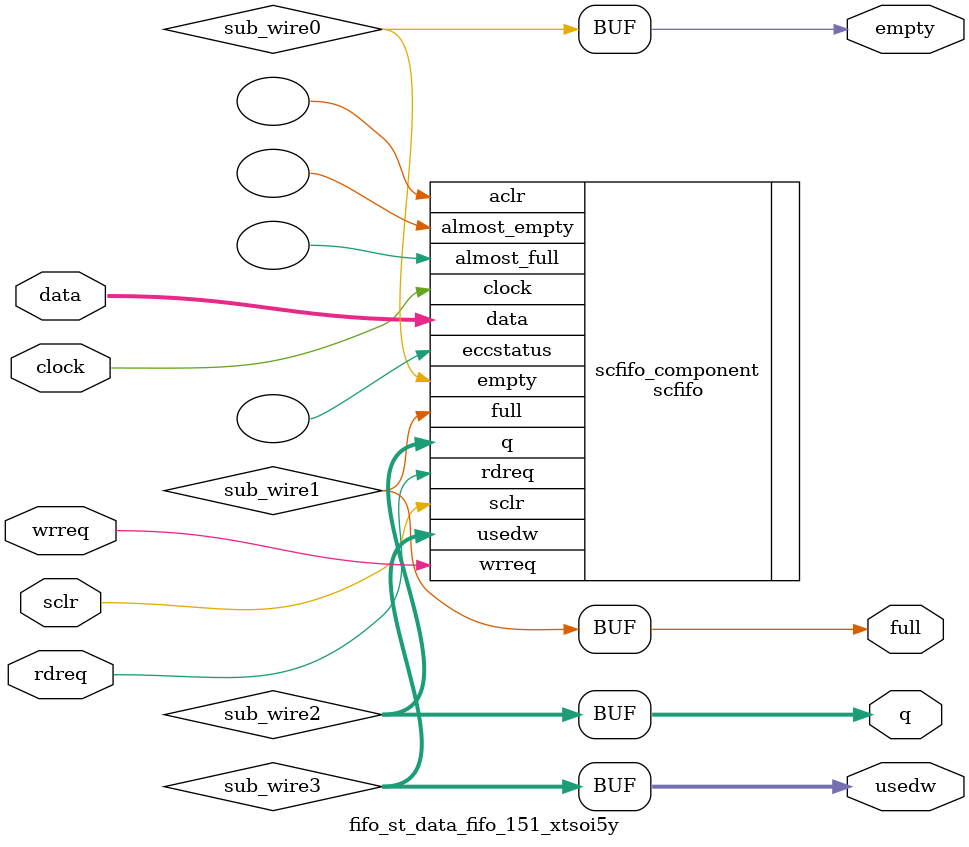
<source format=v>



`timescale 1 ps / 1 ps
// synopsys translate_on
module  fifo_st_data_fifo_151_xtsoi5y  (
    clock,
    data,
    rdreq,
    sclr,
    wrreq,
    empty,
    full,
    q,
    usedw);

    input    clock;
    input  [7:0]  data;
    input    rdreq;
    input    sclr;
    input    wrreq;
    output   empty;
    output   full;
    output [7:0]  q;
    output [9:0]  usedw;

    wire  sub_wire0;
    wire  sub_wire1;
    wire [7:0] sub_wire2;
    wire [9:0] sub_wire3;
    wire  empty = sub_wire0;
    wire  full = sub_wire1;
    wire [7:0] q = sub_wire2[7:0];
    wire [9:0] usedw = sub_wire3[9:0];

    scfifo  scfifo_component (
                .clock (clock),
                .data (data),
                .rdreq (rdreq),
                .sclr (sclr),
                .wrreq (wrreq),
                .empty (sub_wire0),
                .full (sub_wire1),
                .q (sub_wire2),
                .usedw (sub_wire3),
                .aclr (),
                .almost_empty (),
                .almost_full (),
                .eccstatus ());
    defparam
        scfifo_component.add_ram_output_register  = "OFF",
        scfifo_component.enable_ecc  = "FALSE",
        scfifo_component.intended_device_family  = "Arria 10",
        scfifo_component.lpm_hint  = "DISABLE_DCFIFO_EMBEDDED_TIMING_CONSTRAINT=TRUE",
        scfifo_component.lpm_numwords  = 1024,
        scfifo_component.lpm_showahead  = "OFF",
        scfifo_component.lpm_type  = "scfifo",
        scfifo_component.lpm_width  = 8,
        scfifo_component.lpm_widthu  = 10,
        scfifo_component.overflow_checking  = "ON",
        scfifo_component.underflow_checking  = "ON",
        scfifo_component.use_eab  = "ON";


endmodule



</source>
